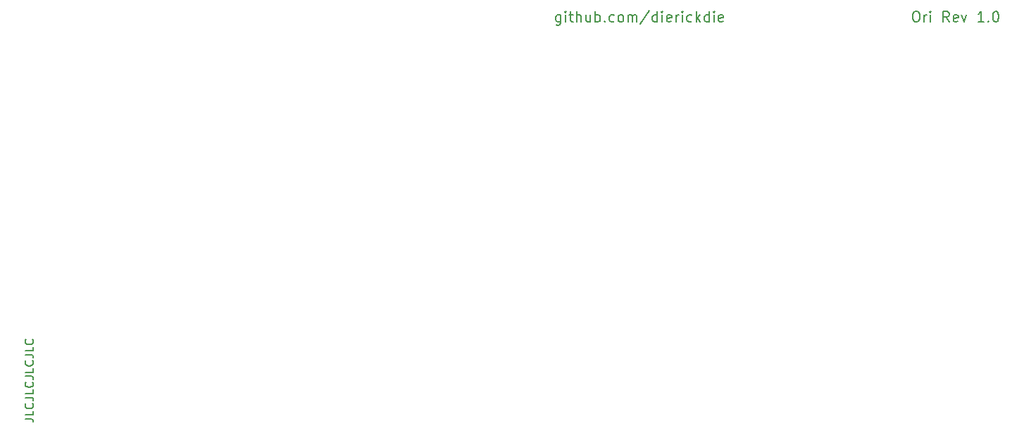
<source format=gbr>
G04 #@! TF.GenerationSoftware,KiCad,Pcbnew,(5.1.4-0)*
G04 #@! TF.CreationDate,2021-05-08T11:25:55-05:00*
G04 #@! TF.ProjectId,ori_bottom_plate,6f72695f-626f-4747-946f-6d5f706c6174,rev?*
G04 #@! TF.SameCoordinates,Original*
G04 #@! TF.FileFunction,Legend,Top*
G04 #@! TF.FilePolarity,Positive*
%FSLAX46Y46*%
G04 Gerber Fmt 4.6, Leading zero omitted, Abs format (unit mm)*
G04 Created by KiCad (PCBNEW (5.1.4-0)) date 2021-05-08 11:25:55*
%MOMM*%
%LPD*%
G04 APERTURE LIST*
%ADD10C,0.200000*%
%ADD11C,0.150000*%
G04 APERTURE END LIST*
D10*
X212425368Y-43812026D02*
X212425368Y-44823931D01*
X212365844Y-44942979D01*
X212306320Y-45002503D01*
X212187273Y-45062026D01*
X212008701Y-45062026D01*
X211889654Y-45002503D01*
X212425368Y-44585836D02*
X212306320Y-44645360D01*
X212068225Y-44645360D01*
X211949177Y-44585836D01*
X211889654Y-44526312D01*
X211830130Y-44407264D01*
X211830130Y-44050122D01*
X211889654Y-43931074D01*
X211949177Y-43871550D01*
X212068225Y-43812026D01*
X212306320Y-43812026D01*
X212425368Y-43871550D01*
X213020606Y-44645360D02*
X213020606Y-43812026D01*
X213020606Y-43395360D02*
X212961082Y-43454884D01*
X213020606Y-43514407D01*
X213080130Y-43454884D01*
X213020606Y-43395360D01*
X213020606Y-43514407D01*
X213437273Y-43812026D02*
X213913463Y-43812026D01*
X213615844Y-43395360D02*
X213615844Y-44466788D01*
X213675368Y-44585836D01*
X213794416Y-44645360D01*
X213913463Y-44645360D01*
X214330130Y-44645360D02*
X214330130Y-43395360D01*
X214865844Y-44645360D02*
X214865844Y-43990598D01*
X214806320Y-43871550D01*
X214687273Y-43812026D01*
X214508701Y-43812026D01*
X214389654Y-43871550D01*
X214330130Y-43931074D01*
X215996796Y-43812026D02*
X215996796Y-44645360D01*
X215461082Y-43812026D02*
X215461082Y-44466788D01*
X215520606Y-44585836D01*
X215639654Y-44645360D01*
X215818225Y-44645360D01*
X215937273Y-44585836D01*
X215996796Y-44526312D01*
X216592035Y-44645360D02*
X216592035Y-43395360D01*
X216592035Y-43871550D02*
X216711082Y-43812026D01*
X216949177Y-43812026D01*
X217068225Y-43871550D01*
X217127749Y-43931074D01*
X217187273Y-44050122D01*
X217187273Y-44407264D01*
X217127749Y-44526312D01*
X217068225Y-44585836D01*
X216949177Y-44645360D01*
X216711082Y-44645360D01*
X216592035Y-44585836D01*
X217722987Y-44526312D02*
X217782511Y-44585836D01*
X217722987Y-44645360D01*
X217663463Y-44585836D01*
X217722987Y-44526312D01*
X217722987Y-44645360D01*
X218853939Y-44585836D02*
X218734892Y-44645360D01*
X218496796Y-44645360D01*
X218377749Y-44585836D01*
X218318225Y-44526312D01*
X218258701Y-44407264D01*
X218258701Y-44050122D01*
X218318225Y-43931074D01*
X218377749Y-43871550D01*
X218496796Y-43812026D01*
X218734892Y-43812026D01*
X218853939Y-43871550D01*
X219568225Y-44645360D02*
X219449177Y-44585836D01*
X219389654Y-44526312D01*
X219330130Y-44407264D01*
X219330130Y-44050122D01*
X219389654Y-43931074D01*
X219449177Y-43871550D01*
X219568225Y-43812026D01*
X219746796Y-43812026D01*
X219865844Y-43871550D01*
X219925368Y-43931074D01*
X219984892Y-44050122D01*
X219984892Y-44407264D01*
X219925368Y-44526312D01*
X219865844Y-44585836D01*
X219746796Y-44645360D01*
X219568225Y-44645360D01*
X220520606Y-44645360D02*
X220520606Y-43812026D01*
X220520606Y-43931074D02*
X220580130Y-43871550D01*
X220699177Y-43812026D01*
X220877749Y-43812026D01*
X220996796Y-43871550D01*
X221056320Y-43990598D01*
X221056320Y-44645360D01*
X221056320Y-43990598D02*
X221115844Y-43871550D01*
X221234892Y-43812026D01*
X221413463Y-43812026D01*
X221532511Y-43871550D01*
X221592035Y-43990598D01*
X221592035Y-44645360D01*
X223080130Y-43335836D02*
X222008701Y-44942979D01*
X224032511Y-44645360D02*
X224032511Y-43395360D01*
X224032511Y-44585836D02*
X223913463Y-44645360D01*
X223675368Y-44645360D01*
X223556320Y-44585836D01*
X223496796Y-44526312D01*
X223437273Y-44407264D01*
X223437273Y-44050122D01*
X223496796Y-43931074D01*
X223556320Y-43871550D01*
X223675368Y-43812026D01*
X223913463Y-43812026D01*
X224032511Y-43871550D01*
X224627749Y-44645360D02*
X224627749Y-43812026D01*
X224627749Y-43395360D02*
X224568225Y-43454884D01*
X224627749Y-43514407D01*
X224687273Y-43454884D01*
X224627749Y-43395360D01*
X224627749Y-43514407D01*
X225699177Y-44585836D02*
X225580130Y-44645360D01*
X225342035Y-44645360D01*
X225222987Y-44585836D01*
X225163463Y-44466788D01*
X225163463Y-43990598D01*
X225222987Y-43871550D01*
X225342035Y-43812026D01*
X225580130Y-43812026D01*
X225699177Y-43871550D01*
X225758701Y-43990598D01*
X225758701Y-44109645D01*
X225163463Y-44228693D01*
X226294416Y-44645360D02*
X226294416Y-43812026D01*
X226294416Y-44050122D02*
X226353939Y-43931074D01*
X226413463Y-43871550D01*
X226532511Y-43812026D01*
X226651558Y-43812026D01*
X227068225Y-44645360D02*
X227068225Y-43812026D01*
X227068225Y-43395360D02*
X227008701Y-43454884D01*
X227068225Y-43514407D01*
X227127749Y-43454884D01*
X227068225Y-43395360D01*
X227068225Y-43514407D01*
X228199177Y-44585836D02*
X228080130Y-44645360D01*
X227842035Y-44645360D01*
X227722987Y-44585836D01*
X227663463Y-44526312D01*
X227603939Y-44407264D01*
X227603939Y-44050122D01*
X227663463Y-43931074D01*
X227722987Y-43871550D01*
X227842035Y-43812026D01*
X228080130Y-43812026D01*
X228199177Y-43871550D01*
X228734892Y-44645360D02*
X228734892Y-43395360D01*
X228853939Y-44169169D02*
X229211082Y-44645360D01*
X229211082Y-43812026D02*
X228734892Y-44288217D01*
X230282511Y-44645360D02*
X230282511Y-43395360D01*
X230282511Y-44585836D02*
X230163463Y-44645360D01*
X229925368Y-44645360D01*
X229806320Y-44585836D01*
X229746796Y-44526312D01*
X229687273Y-44407264D01*
X229687273Y-44050122D01*
X229746796Y-43931074D01*
X229806320Y-43871550D01*
X229925368Y-43812026D01*
X230163463Y-43812026D01*
X230282511Y-43871550D01*
X230877749Y-44645360D02*
X230877749Y-43812026D01*
X230877749Y-43395360D02*
X230818225Y-43454884D01*
X230877749Y-43514407D01*
X230937273Y-43454884D01*
X230877749Y-43395360D01*
X230877749Y-43514407D01*
X231949177Y-44585836D02*
X231830130Y-44645360D01*
X231592035Y-44645360D01*
X231472987Y-44585836D01*
X231413463Y-44466788D01*
X231413463Y-43990598D01*
X231472987Y-43871550D01*
X231592035Y-43812026D01*
X231830130Y-43812026D01*
X231949177Y-43871550D01*
X232008701Y-43990598D01*
X232008701Y-44109645D01*
X231413463Y-44228693D01*
X255038363Y-43395360D02*
X255276458Y-43395360D01*
X255395506Y-43454884D01*
X255514554Y-43573931D01*
X255574077Y-43812026D01*
X255574077Y-44228693D01*
X255514554Y-44466788D01*
X255395506Y-44585836D01*
X255276458Y-44645360D01*
X255038363Y-44645360D01*
X254919316Y-44585836D01*
X254800268Y-44466788D01*
X254740744Y-44228693D01*
X254740744Y-43812026D01*
X254800268Y-43573931D01*
X254919316Y-43454884D01*
X255038363Y-43395360D01*
X256109792Y-44645360D02*
X256109792Y-43812026D01*
X256109792Y-44050122D02*
X256169316Y-43931074D01*
X256228839Y-43871550D01*
X256347887Y-43812026D01*
X256466935Y-43812026D01*
X256883601Y-44645360D02*
X256883601Y-43812026D01*
X256883601Y-43395360D02*
X256824077Y-43454884D01*
X256883601Y-43514407D01*
X256943125Y-43454884D01*
X256883601Y-43395360D01*
X256883601Y-43514407D01*
X259145506Y-44645360D02*
X258728839Y-44050122D01*
X258431220Y-44645360D02*
X258431220Y-43395360D01*
X258907411Y-43395360D01*
X259026458Y-43454884D01*
X259085982Y-43514407D01*
X259145506Y-43633455D01*
X259145506Y-43812026D01*
X259085982Y-43931074D01*
X259026458Y-43990598D01*
X258907411Y-44050122D01*
X258431220Y-44050122D01*
X260157411Y-44585836D02*
X260038363Y-44645360D01*
X259800268Y-44645360D01*
X259681220Y-44585836D01*
X259621696Y-44466788D01*
X259621696Y-43990598D01*
X259681220Y-43871550D01*
X259800268Y-43812026D01*
X260038363Y-43812026D01*
X260157411Y-43871550D01*
X260216935Y-43990598D01*
X260216935Y-44109645D01*
X259621696Y-44228693D01*
X260633601Y-43812026D02*
X260931220Y-44645360D01*
X261228839Y-43812026D01*
X263312173Y-44645360D02*
X262597887Y-44645360D01*
X262955030Y-44645360D02*
X262955030Y-43395360D01*
X262835982Y-43573931D01*
X262716935Y-43692979D01*
X262597887Y-43752503D01*
X263847887Y-44526312D02*
X263907411Y-44585836D01*
X263847887Y-44645360D01*
X263788363Y-44585836D01*
X263847887Y-44526312D01*
X263847887Y-44645360D01*
X264681220Y-43395360D02*
X264800268Y-43395360D01*
X264919316Y-43454884D01*
X264978839Y-43514407D01*
X265038363Y-43633455D01*
X265097887Y-43871550D01*
X265097887Y-44169169D01*
X265038363Y-44407264D01*
X264978839Y-44526312D01*
X264919316Y-44585836D01*
X264800268Y-44645360D01*
X264681220Y-44645360D01*
X264562173Y-44585836D01*
X264502649Y-44526312D01*
X264443125Y-44407264D01*
X264383601Y-44169169D01*
X264383601Y-43871550D01*
X264443125Y-43633455D01*
X264502649Y-43514407D01*
X264562173Y-43454884D01*
X264681220Y-43395360D01*
D11*
X148031989Y-92398816D02*
X148746275Y-92398816D01*
X148889132Y-92446435D01*
X148984370Y-92541673D01*
X149031989Y-92684530D01*
X149031989Y-92779769D01*
X149031989Y-91446435D02*
X149031989Y-91922626D01*
X148031989Y-91922626D01*
X148936751Y-90541673D02*
X148984370Y-90589292D01*
X149031989Y-90732149D01*
X149031989Y-90827388D01*
X148984370Y-90970245D01*
X148889132Y-91065483D01*
X148793894Y-91113102D01*
X148603418Y-91160721D01*
X148460561Y-91160721D01*
X148270085Y-91113102D01*
X148174847Y-91065483D01*
X148079609Y-90970245D01*
X148031989Y-90827388D01*
X148031989Y-90732149D01*
X148079609Y-90589292D01*
X148127228Y-90541673D01*
X148031989Y-89827388D02*
X148746275Y-89827388D01*
X148889132Y-89875007D01*
X148984370Y-89970245D01*
X149031989Y-90113102D01*
X149031989Y-90208340D01*
X149031989Y-88875007D02*
X149031989Y-89351197D01*
X148031989Y-89351197D01*
X148936751Y-87970245D02*
X148984370Y-88017864D01*
X149031989Y-88160721D01*
X149031989Y-88255959D01*
X148984370Y-88398816D01*
X148889132Y-88494054D01*
X148793894Y-88541673D01*
X148603418Y-88589292D01*
X148460561Y-88589292D01*
X148270085Y-88541673D01*
X148174847Y-88494054D01*
X148079609Y-88398816D01*
X148031989Y-88255959D01*
X148031989Y-88160721D01*
X148079609Y-88017864D01*
X148127228Y-87970245D01*
X148031989Y-87255959D02*
X148746275Y-87255959D01*
X148889132Y-87303578D01*
X148984370Y-87398816D01*
X149031989Y-87541673D01*
X149031989Y-87636911D01*
X149031989Y-86303578D02*
X149031989Y-86779769D01*
X148031989Y-86779769D01*
X148936751Y-85398816D02*
X148984370Y-85446435D01*
X149031989Y-85589292D01*
X149031989Y-85684530D01*
X148984370Y-85827388D01*
X148889132Y-85922626D01*
X148793894Y-85970245D01*
X148603418Y-86017864D01*
X148460561Y-86017864D01*
X148270085Y-85970245D01*
X148174847Y-85922626D01*
X148079609Y-85827388D01*
X148031989Y-85684530D01*
X148031989Y-85589292D01*
X148079609Y-85446435D01*
X148127228Y-85398816D01*
X148031989Y-84684530D02*
X148746275Y-84684530D01*
X148889132Y-84732149D01*
X148984370Y-84827388D01*
X149031989Y-84970245D01*
X149031989Y-85065483D01*
X149031989Y-83732149D02*
X149031989Y-84208340D01*
X148031989Y-84208340D01*
X148936751Y-82827388D02*
X148984370Y-82875007D01*
X149031989Y-83017864D01*
X149031989Y-83113102D01*
X148984370Y-83255959D01*
X148889132Y-83351197D01*
X148793894Y-83398816D01*
X148603418Y-83446435D01*
X148460561Y-83446435D01*
X148270085Y-83398816D01*
X148174847Y-83351197D01*
X148079609Y-83255959D01*
X148031989Y-83113102D01*
X148031989Y-83017864D01*
X148079609Y-82875007D01*
X148127228Y-82827388D01*
M02*

</source>
